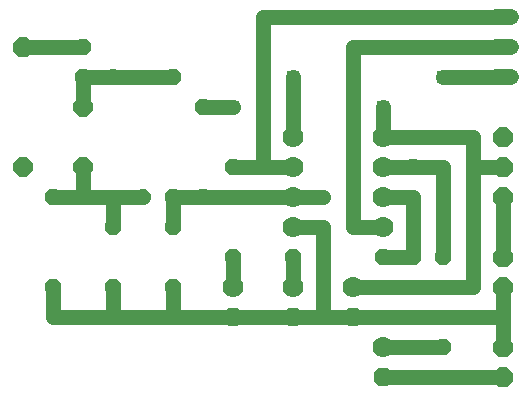
<source format=gbl>
G75*
%MOIN*%
%OFA0B0*%
%FSLAX25Y25*%
%IPPOS*%
%LPD*%
%AMOC8*
5,1,8,0,0,1.08239X$1,22.5*
%
%ADD10OC8,0.06600*%
%ADD11OC8,0.06496*%
%ADD12OC8,0.05200*%
%ADD13OC8,0.06300*%
%ADD14C,0.07000*%
%ADD15C,0.05200*%
%ADD16OC8,0.05150*%
%ADD17C,0.05000*%
%ADD18R,0.03962X0.03962*%
D10*
X0039439Y0165939D03*
X0199439Y0135939D03*
X0199439Y0125939D03*
X0199439Y0115939D03*
X0199439Y0095939D03*
X0199439Y0085939D03*
X0199439Y0065939D03*
X0199439Y0055939D03*
D11*
X0059439Y0125939D03*
X0039439Y0125939D03*
X0059439Y0145939D03*
D12*
X0059439Y0155939D03*
X0059439Y0165939D03*
X0089439Y0155939D03*
X0099439Y0145939D03*
X0109439Y0125939D03*
X0099439Y0115939D03*
X0089439Y0115939D03*
X0089439Y0105939D03*
X0089439Y0085939D03*
X0069439Y0085939D03*
X0069439Y0105939D03*
X0049439Y0115939D03*
X0049439Y0085939D03*
X0109439Y0095939D03*
X0129439Y0095939D03*
X0159439Y0095939D03*
X0169439Y0095939D03*
X0179439Y0095939D03*
X0179439Y0065939D03*
X0169439Y0125939D03*
D13*
X0149439Y0075939D03*
X0129439Y0075939D03*
X0109439Y0075939D03*
X0159439Y0055939D03*
D14*
X0159439Y0065939D03*
X0149439Y0085939D03*
X0129439Y0085939D03*
X0129439Y0105939D03*
X0129439Y0115939D03*
X0129439Y0125939D03*
X0129439Y0135939D03*
X0159439Y0135939D03*
X0159439Y0125939D03*
X0159439Y0115939D03*
X0159439Y0105939D03*
X0109439Y0085939D03*
D15*
X0196839Y0155939D02*
X0202039Y0155939D01*
X0202039Y0165939D02*
X0196839Y0165939D01*
X0196839Y0175939D02*
X0202039Y0175939D01*
D16*
X0079439Y0115939D03*
X0069439Y0155939D03*
D17*
X0049439Y0085939D02*
X0049439Y0075939D01*
X0069439Y0075939D01*
X0069439Y0085939D01*
X0069439Y0075939D02*
X0089439Y0075939D01*
X0089439Y0085939D01*
X0089439Y0075939D02*
X0109439Y0075939D01*
X0129439Y0075939D01*
X0139439Y0075939D01*
X0149439Y0075939D01*
X0199439Y0075939D01*
X0199439Y0065939D01*
X0199439Y0075939D02*
X0199439Y0085939D01*
X0199439Y0095939D02*
X0199439Y0115939D01*
X0199439Y0125939D02*
X0189439Y0125939D01*
X0189439Y0135939D01*
X0159439Y0135939D01*
X0159439Y0145939D01*
X0179439Y0155939D02*
X0199439Y0155939D01*
X0199439Y0165939D02*
X0149439Y0165939D01*
X0149439Y0105939D01*
X0159439Y0105939D01*
X0159439Y0095939D02*
X0169439Y0095939D01*
X0169439Y0115939D01*
X0159439Y0115939D01*
X0159439Y0125939D02*
X0169439Y0125939D01*
X0179439Y0125939D01*
X0179439Y0095939D01*
X0189439Y0085939D02*
X0149439Y0085939D01*
X0139439Y0075939D02*
X0139439Y0105939D01*
X0129439Y0105939D01*
X0129439Y0095939D02*
X0129439Y0085939D01*
X0109439Y0085939D02*
X0109439Y0095939D01*
X0089439Y0105939D02*
X0089439Y0115939D01*
X0129439Y0115939D01*
X0099439Y0115939D01*
X0109439Y0125939D02*
X0119439Y0125939D01*
X0119439Y0175939D01*
X0199439Y0175939D01*
X0189439Y0125939D02*
X0189439Y0085939D01*
X0179439Y0065939D02*
X0159439Y0065939D01*
X0159439Y0055939D02*
X0199439Y0055939D01*
X0139439Y0115939D02*
X0129439Y0115939D01*
X0129439Y0125939D02*
X0109439Y0125939D01*
X0129439Y0135939D02*
X0129439Y0155939D01*
X0109439Y0145939D02*
X0099439Y0145939D01*
X0089439Y0155939D02*
X0069439Y0155939D01*
X0059439Y0155939D01*
X0059439Y0145939D01*
X0059439Y0165939D02*
X0039439Y0165939D01*
X0059439Y0125939D02*
X0059439Y0115939D01*
X0069439Y0115939D01*
X0069439Y0105939D01*
X0069439Y0115939D02*
X0079439Y0115939D01*
X0059439Y0115939D02*
X0049439Y0115939D01*
D18*
X0109439Y0145939D03*
X0129439Y0155939D03*
X0159439Y0145939D03*
X0179439Y0155939D03*
M02*

</source>
